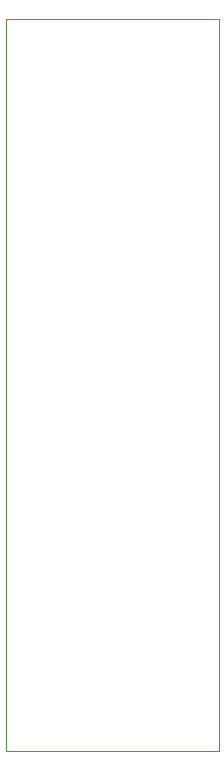
<source format=gbr>
%TF.GenerationSoftware,KiCad,Pcbnew,9.0.6-1.fc43*%
%TF.CreationDate,2025-12-11T00:59:33+10:30*%
%TF.ProjectId,DreameBreakout,44726561-6d65-4427-9265-616b6f75742e,1.1*%
%TF.SameCoordinates,Original*%
%TF.FileFunction,Profile,NP*%
%FSLAX46Y46*%
G04 Gerber Fmt 4.6, Leading zero omitted, Abs format (unit mm)*
G04 Created by KiCad (PCBNEW 9.0.6-1.fc43) date 2025-12-11 00:59:33*
%MOMM*%
%LPD*%
G01*
G04 APERTURE LIST*
%TA.AperFunction,Profile*%
%ADD10C,0.100000*%
%TD*%
G04 APERTURE END LIST*
D10*
X136625000Y-61375000D02*
X154625000Y-61375000D01*
X154625000Y-123375000D01*
X136625000Y-123375000D01*
X136625000Y-61375000D01*
M02*

</source>
